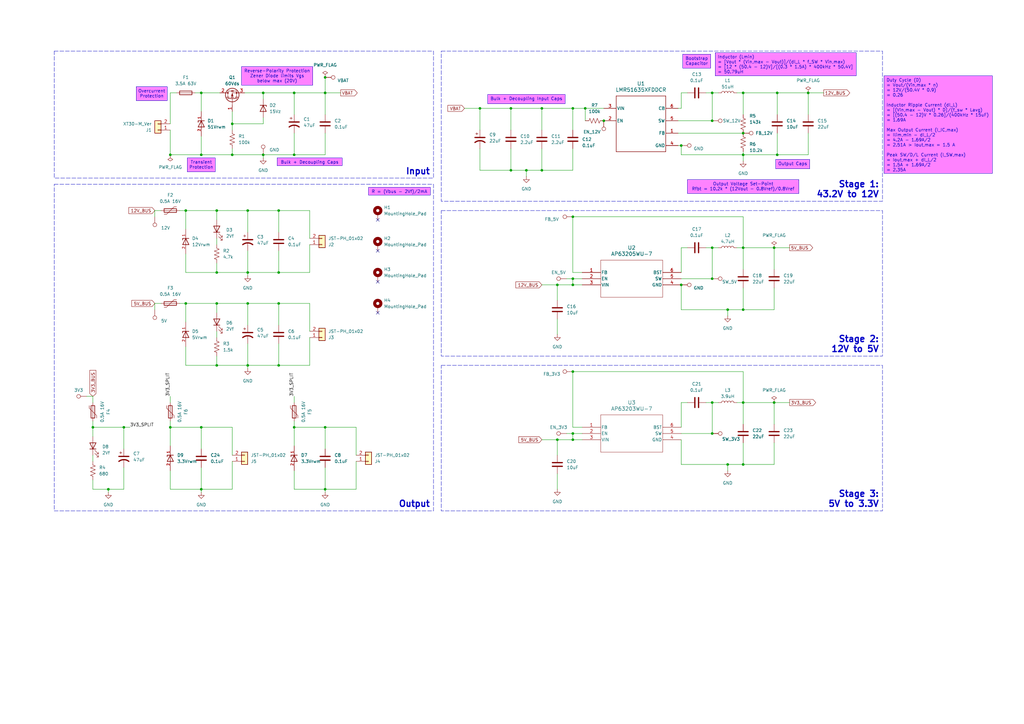
<source format=kicad_sch>
(kicad_sch (version 20250114) (generator "eeschema") (generator_version "9.0")
  (paper "A3")
  (title_block (title "Power Distribution Board - F25 Skateboard") (date "2025-10-05") (rev "v1") (company "Electrium Mobility") (comment 1 "Author: Leopoldo Mendoza"))
  (rectangle (start 180.975 149.86) (end 361.95 209.55) (stroke (width 0) (type dash)))
  (rectangle (start 180.975 20.955) (end 361.95 82.55) (stroke (width 0) (type dash)))
  (rectangle (start 22.225 20.955) (end 177.8 73.025) (stroke (width 0) (type dash)))
  (rectangle (start 180.975 86.36) (end 361.95 146.05) (stroke (width 0) (type dash)))
  (rectangle (start 22.225 75.565) (end 177.8 209.55) (stroke (width 0) (type dash)))
  (text "Stage 2:\n12V to 5V" (at 360.68 144.78 0) (effects (font (size 2.54 2.54) (thickness 0.508) (bold yes)) (justify right bottom)))
  (text "Stage 3:\n5V to 3.3V" (at 360.68 208.28 0) (effects (font (size 2.54 2.54) (thickness 0.508) (bold yes)) (justify right bottom)))
  (text "Stage 1:\n43.2V to 12V" (at 360.68 81.28 0) (effects (font (size 2.54 2.54) (thickness 0.508) (bold yes)) (justify right bottom)))
  (text "Output" (at 176.53 208.28 0) (effects (font (size 2.54 2.54) (thickness 0.508) (bold yes)) (justify right bottom)))
  (text "Input" (at 176.53 71.882 0) (effects (font (size 2.54 2.54) (thickness 0.508) (bold yes)) (justify right bottom)))
  (text_box "Transient Protection" (at 76.835 64.77 0) (size 11.43 5.715) (margins 0.9525 0.9525 0.9525 0.9525) (fill (type color) (color 255 130 255 1)) (effects (font (size 1.27 1.27)) (justify top)))
  (text_box "Bootstrap Capacitor" (at 280.035 22.225 0) (size 11.43 5.715) (margins 0.9525 0.9525 0.9525 0.9525) (fill (type color) (color 255 130 255 1)) (effects (font (size 1.27 1.27)) (justify top)))
  (text_box "Output Caps" (at 318.135 65.405 0) (size 13.97 3.81) (margins 0.9525 0.9525 0.9525 0.9525) (fill (type color) (color 255 130 255 1)) (effects (font (size 1.27 1.27)) (justify top)))
  (text_box "Duty Cycle (D)\n= Vout/(Vin,max * n) \n= 12V/(50.4V * 0.9) \n= 0.26\n\nInductor Ripple Current (dI_L)\n= [(Vin,max - Vout) * D]/(f_sw * Lavg) \n= [(50.4 - 12)V * 0.26]/(400kHz * 15uF)   \n= 1.69A\n\nMax Output Current (I_IC,max)\n= Ilim,min - dI_L/2 \n= 4.2A - 1.69A/2 \n= 2.51A > Iout,max = 1.5 A\n\nPeak SW/D/L Current (I_SW,max)\n= Iout,max + dI_L/2 \n= 1.5A + 1.69A/2 \n= 2.35A" (at 362.585 31.115 0) (size 44.45 40.005) (margins 0.9525 0.9525 0.9525 0.9525) (fill (type color) (color 255 130 255 1)) (effects (font (size 1.27 1.27)) (justify left top)))
  (text_box "Bulk + Decoupling Caps" (at 113.665 64.77 0) (size 26.67 3.175) (margins 0.9525 0.9525 0.9525 0.9525) (fill (type color) (color 255 130 255 1)) (effects (font (size 1.27 1.27)) (justify top)))
  (text_box "Inductor (Lmin)\n= [Vout * (Vin,max - Vout)]/(dI_L * f_SW * Vin,max)\n= [12 * (50.4 - 12)V]/[(0.3 * 1.5A) * 400kHz * 50.4V]\n= 50.79uH" (at 293.37 21.59 0) (size 57.785 9.525) (margins 0.9525 0.9525 0.9525 0.9525) (fill (type color) (color 255 130 255 1)) (effects (font (size 1.27 1.27)) (justify left top)))
  (text_box "Bulk + Decoupling Input Caps" (at 200.025 38.735 0) (size 31.75 3.81) (margins 0.9525 0.9525 0.9525 0.9525) (fill (type color) (color 255 130 255 1)) (effects (font (size 1.27 1.27)) (justify top)))
  (text_box "Output Voltage Set-Point\nRfbt = 10.2k * (12Vout - 0.8Vref)/0.8Vref" (at 281.94 73.66 0) (size 45.72 5.715) (margins 0.9525 0.9525 0.9525 0.9525) (fill (type color) (color 255 130 255 1)) (effects (font (size 1.27 1.27)) (justify top)))
  (text_box "R = (Vbus - 2Vf)/2mA" (at 151.13 76.835 0) (size 25.4 3.175) (margins 0.9525 0.9525 0.9525 0.9525) (fill (type color) (color 255 130 255 1)) (effects (font (size 1.27 1.27)) (justify top)))
  (text_box "Overcurrent\nProtection" (at 55.88 35.56 0) (size 12.7 5.715) (margins 0.9525 0.9525 0.9525 0.9525) (fill (type color) (color 255 130 255 1)) (effects (font (size 1.27 1.27)) (justify top)))
  (text_box "Reverse-Polarity Protection\nZener Diode limits Vgs below max (20V)" (at 99.06 27.305 0) (size 29.21 7.62) (margins 0.9525 0.9525 0.9525 0.9525) (fill (type color) (color 255 130 255 1)) (effects (font (size 1.27 1.27)) (justify top)))
  (junction (at 95.25 63.5))
  (junction (at 209.55 69.85))
  (junction (at 88.9 149.86))
  (junction (at 114.3 111.76))
  (junction (at 292.1 38.1))
  (junction (at 38.1 175.26))
  (junction (at 292.1 101.6))
  (junction (at 234.95 177.8))
  (junction (at 304.8 101.6))
  (junction (at 88.9 86.36))
  (junction (at 76.2 124.46))
  (junction (at 82.55 175.26))
  (junction (at 304.8 127))
  (junction (at 133.35 175.26))
  (junction (at 196.85 44.45))
  (junction (at 88.9 111.76))
  (junction (at 234.95 114.3))
  (junction (at 234.95 116.84))
  (junction (at 222.25 69.85))
  (junction (at 240.03 44.45))
  (junction (at 304.8 190.5))
  (junction (at 234.95 44.45))
  (junction (at 101.6 124.46))
  (junction (at 88.9 124.46))
  (junction (at 279.4 116.84))
  (junction (at 228.6 180.34))
  (junction (at 120.65 38.1))
  (junction (at 69.85 175.26))
  (junction (at 234.95 88.9))
  (junction (at 133.35 38.1))
  (junction (at 215.9 69.85))
  (junction (at 292.1 177.8))
  (junction (at 298.45 127))
  (junction (at 318.77 63.5))
  (junction (at 222.25 44.45))
  (junction (at 298.45 190.5))
  (junction (at 101.6 149.86))
  (junction (at 44.45 200.66))
  (junction (at 304.8 54.61))
  (junction (at 209.55 44.45))
  (junction (at 114.3 149.86))
  (junction (at 107.95 38.1))
  (junction (at 304.8 165.1))
  (junction (at 101.6 86.36))
  (junction (at 82.55 38.1))
  (junction (at 228.6 116.84))
  (junction (at 120.65 175.26))
  (junction (at 95.25 50.8))
  (junction (at 114.3 124.46))
  (junction (at 317.5 101.6))
  (junction (at 69.85 63.5))
  (junction (at 120.65 63.5))
  (junction (at 331.47 38.1))
  (junction (at 234.95 180.34))
  (junction (at 107.95 63.5))
  (junction (at 304.8 63.5))
  (junction (at 234.95 152.4))
  (junction (at 279.4 59.69))
  (junction (at 318.77 38.1))
  (junction (at 292.1 49.53))
  (junction (at 133.35 31.75))
  (junction (at 317.5 165.1))
  (junction (at 114.3 86.36))
  (junction (at 133.35 200.66))
  (junction (at 304.8 38.1))
  (junction (at 82.55 200.66))
  (junction (at 292.1 114.3))
  (junction (at 247.65 49.53))
  (junction (at 76.2 86.36))
  (junction (at 50.8 175.26))
  (junction (at 82.55 63.5))
  (junction (at 292.1 165.1))
  (junction (at 101.6 111.76))
  (no_connect (at 154.94 115.57))
  (no_connect (at 154.94 102.87))
  (no_connect (at 154.94 90.17))
  (no_connect (at 154.94 128.27))
  (wire (pts (xy 38.1 162.56) (xy 35.56 162.56)))
  (wire (pts (xy 234.95 152.4) (xy 304.8 152.4)))
  (wire (pts (xy 73.66 124.46) (xy 76.2 124.46)))
  (wire (pts (xy 234.95 180.34) (xy 238.76 180.34)))
  (wire (pts (xy 69.85 182.88) (xy 69.85 175.26)))
  (wire (pts (xy 302.26 38.1) (xy 304.8 38.1)))
  (wire (pts (xy 72.39 38.1) (xy 69.85 38.1)))
  (wire (pts (xy 279.4 59.69) (xy 279.4 63.5)))
  (wire (pts (xy 292.1 114.3) (xy 279.4 114.3)))
  (wire (pts (xy 292.1 38.1) (xy 292.1 49.53)))
  (wire (pts (xy 101.6 149.86) (xy 101.6 151.13)))
  (wire (pts (xy 82.55 55.88) (xy 82.55 63.5)))
  (wire (pts (xy 279.4 175.26) (xy 279.4 165.1)))
  (wire (pts (xy 82.55 200.66) (xy 95.25 200.66)))
  (wire (pts (xy 69.85 200.66) (xy 82.55 200.66)))
  (wire (pts (xy 234.95 88.9) (xy 304.8 88.9)))
  (wire (pts (xy 234.95 175.26) (xy 234.95 152.4)))
  (wire (pts (xy 317.5 173.99) (xy 317.5 165.1)))
  (wire (pts (xy 317.5 110.49) (xy 317.5 101.6)))
  (wire (pts (xy 304.8 38.1) (xy 318.77 38.1)))
  (wire (pts (xy 88.9 97.79) (xy 88.9 100.33)))
  (wire (pts (xy 215.9 69.85) (xy 222.25 69.85)))
  (wire (pts (xy 133.35 191.77) (xy 133.35 200.66)))
  (wire (pts (xy 76.2 86.36) (xy 88.9 86.36)))
  (wire (pts (xy 76.2 104.14) (xy 76.2 111.76)))
  (wire (pts (xy 196.85 60.96) (xy 196.85 69.85)))
  (wire (pts (xy 232.41 114.3) (xy 234.95 114.3)))
  (wire (pts (xy 107.95 38.1) (xy 107.95 40.64)))
  (wire (pts (xy 228.6 186.69) (xy 228.6 180.34)))
  (wire (pts (xy 133.35 200.66) (xy 133.35 201.93)))
  (wire (pts (xy 304.8 88.9) (xy 304.8 101.6)))
  (wire (pts (xy 304.8 173.99) (xy 304.8 165.1)))
  (wire (pts (xy 318.77 54.61) (xy 318.77 63.5)))
  (wire (pts (xy 331.47 38.1) (xy 337.82 38.1)))
  (wire (pts (xy 240.03 44.45) (xy 247.65 44.45)))
  (wire (pts (xy 120.65 172.72) (xy 120.65 175.26)))
  (wire (pts (xy 73.66 86.36) (xy 76.2 86.36)))
  (wire (pts (xy 88.9 135.89) (xy 88.9 138.43)))
  (wire (pts (xy 234.95 44.45) (xy 222.25 44.45)))
  (wire (pts (xy 114.3 124.46) (xy 101.6 124.46)))
  (wire (pts (xy 331.47 38.1) (xy 331.47 46.99)))
  (wire (pts (xy 80.01 38.1) (xy 82.55 38.1)))
  (wire (pts (xy 304.8 63.5) (xy 304.8 62.23)))
  (wire (pts (xy 292.1 49.53) (xy 278.13 49.53)))
  (wire (pts (xy 234.95 177.8) (xy 234.95 180.34)))
  (wire (pts (xy 82.55 200.66) (xy 82.55 201.93)))
  (wire (pts (xy 279.4 44.45) (xy 278.13 44.45)))
  (wire (pts (xy 82.55 175.26) (xy 95.25 175.26)))
  (wire (pts (xy 114.3 140.97) (xy 114.3 149.86)))
  (wire (pts (xy 222.25 60.96) (xy 222.25 69.85)))
  (wire (pts (xy 279.4 63.5) (xy 304.8 63.5)))
  (wire (pts (xy 44.45 200.66) (xy 44.45 201.93)))
  (wire (pts (xy 69.85 172.72) (xy 69.85 175.26)))
  (wire (pts (xy 196.85 44.45) (xy 196.85 53.34)))
  (wire (pts (xy 38.1 196.85) (xy 38.1 200.66)))
  (wire (pts (xy 63.5 124.46) (xy 66.04 124.46)))
  (wire (pts (xy 127 100.33) (xy 127 111.76)))
  (wire (pts (xy 127 97.79) (xy 127 86.36)))
  (wire (pts (xy 238.76 114.3) (xy 234.95 114.3)))
  (wire (pts (xy 101.6 140.97) (xy 101.6 149.86)))
  (wire (pts (xy 82.55 38.1) (xy 90.17 38.1)))
  (wire (pts (xy 292.1 165.1) (xy 292.1 177.8)))
  (wire (pts (xy 304.8 181.61) (xy 304.8 190.5)))
  (wire (pts (xy 114.3 86.36) (xy 114.3 95.25)))
  (wire (pts (xy 38.1 175.26) (xy 38.1 179.07)))
  (wire (pts (xy 88.9 111.76) (xy 101.6 111.76)))
  (wire (pts (xy 215.9 69.85) (xy 215.9 72.39)))
  (wire (pts (xy 292.1 101.6) (xy 294.64 101.6)))
  (wire (pts (xy 101.6 86.36) (xy 88.9 86.36)))
  (wire (pts (xy 278.13 59.69) (xy 279.4 59.69)))
  (wire (pts (xy 304.8 101.6) (xy 317.5 101.6)))
  (wire (pts (xy 304.8 118.11) (xy 304.8 127)))
  (wire (pts (xy 317.5 190.5) (xy 317.5 181.61)))
  (wire (pts (xy 292.1 177.8) (xy 279.4 177.8)))
  (wire (pts (xy 234.95 69.85) (xy 234.95 60.96)))
  (wire (pts (xy 234.95 44.45) (xy 240.03 44.45)))
  (wire (pts (xy 95.25 189.23) (xy 95.25 200.66)))
  (wire (pts (xy 114.3 102.87) (xy 114.3 111.76)))
  (wire (pts (xy 101.6 111.76) (xy 114.3 111.76)))
  (wire (pts (xy 302.26 165.1) (xy 304.8 165.1)))
  (wire (pts (xy 304.8 63.5) (xy 304.8 66.04)))
  (wire (pts (xy 133.35 54.61) (xy 133.35 63.5)))
  (wire (pts (xy 95.25 186.69) (xy 95.25 175.26)))
  (wire (pts (xy 228.6 130.81) (xy 228.6 137.16)))
  (wire (pts (xy 133.35 38.1) (xy 139.7 38.1)))
  (wire (pts (xy 279.4 111.76) (xy 279.4 101.6)))
  (wire (pts (xy 304.8 127) (xy 317.5 127)))
  (wire (pts (xy 232.41 177.8) (xy 234.95 177.8)))
  (wire (pts (xy 292.1 38.1) (xy 294.64 38.1)))
  (wire (pts (xy 63.5 86.36) (xy 66.04 86.36)))
  (wire (pts (xy 127 111.76) (xy 114.3 111.76)))
  (wire (pts (xy 69.85 162.56) (xy 69.85 165.1)))
  (wire (pts (xy 234.95 114.3) (xy 234.95 116.84)))
  (wire (pts (xy 69.85 38.1) (xy 69.85 50.8)))
  (wire (pts (xy 318.77 38.1) (xy 318.77 46.99)))
  (wire (pts (xy 133.35 38.1) (xy 133.35 46.99)))
  (wire (pts (xy 228.6 123.19) (xy 228.6 116.84)))
  (wire (pts (xy 76.2 132.08) (xy 76.2 124.46)))
  (wire (pts (xy 289.56 165.1) (xy 292.1 165.1)))
  (wire (pts (xy 298.45 190.5) (xy 304.8 190.5)))
  (wire (pts (xy 120.65 63.5) (xy 133.35 63.5)))
  (wire (pts (xy 120.65 162.56) (xy 120.65 165.1)))
  (wire (pts (xy 317.5 127) (xy 317.5 118.11)))
  (wire (pts (xy 228.6 194.31) (xy 228.6 200.66)))
  (wire (pts (xy 209.55 44.45) (xy 196.85 44.45)))
  (wire (pts (xy 114.3 86.36) (xy 101.6 86.36)))
  (wire (pts (xy 238.76 177.8) (xy 234.95 177.8)))
  (wire (pts (xy 82.55 38.1) (xy 82.55 45.72)))
  (wire (pts (xy 82.55 175.26) (xy 82.55 184.15)))
  (wire (pts (xy 222.25 44.45) (xy 222.25 53.34)))
  (wire (pts (xy 238.76 175.26) (xy 234.95 175.26)))
  (wire (pts (xy 317.5 101.6) (xy 323.85 101.6)))
  (wire (pts (xy 69.85 175.26) (xy 82.55 175.26)))
  (wire (pts (xy 120.65 175.26) (xy 133.35 175.26)))
  (wire (pts (xy 101.6 124.46) (xy 88.9 124.46)))
  (wire (pts (xy 279.4 127) (xy 298.45 127)))
  (wire (pts (xy 76.2 111.76) (xy 88.9 111.76)))
  (wire (pts (xy 44.45 200.66) (xy 50.8 200.66)))
  (wire (pts (xy 107.95 50.8) (xy 95.25 50.8)))
  (wire (pts (xy 209.55 69.85) (xy 215.9 69.85)))
  (wire (pts (xy 279.4 190.5) (xy 298.45 190.5)))
  (wire (pts (xy 101.6 102.87) (xy 101.6 111.76)))
  (wire (pts (xy 304.8 190.5) (xy 317.5 190.5)))
  (wire (pts (xy 196.85 69.85) (xy 209.55 69.85)))
  (wire (pts (xy 298.45 127) (xy 304.8 127)))
  (wire (pts (xy 120.65 182.88) (xy 120.65 175.26)))
  (wire (pts (xy 133.35 175.26) (xy 133.35 184.15)))
  (wire (pts (xy 234.95 116.84) (xy 238.76 116.84)))
  (wire (pts (xy 209.55 44.45) (xy 209.55 53.34)))
  (wire (pts (xy 69.85 193.04) (xy 69.85 200.66)))
  (wire (pts (xy 222.25 180.34) (xy 228.6 180.34)))
  (wire (pts (xy 76.2 124.46) (xy 88.9 124.46)))
  (wire (pts (xy 222.25 44.45) (xy 209.55 44.45)))
  (wire (pts (xy 120.65 38.1) (xy 120.65 46.99)))
  (wire (pts (xy 234.95 116.84) (xy 228.6 116.84)))
  (wire (pts (xy 50.8 191.77) (xy 50.8 200.66)))
  (wire (pts (xy 133.35 175.26) (xy 146.05 175.26)))
  (wire (pts (xy 95.25 45.72) (xy 95.25 50.8)))
  (wire (pts (xy 234.95 44.45) (xy 234.95 53.34)))
  (wire (pts (xy 127 149.86) (xy 114.3 149.86)))
  (wire (pts (xy 95.25 63.5) (xy 107.95 63.5)))
  (wire (pts (xy 69.85 53.34) (xy 69.85 63.5)))
  (wire (pts (xy 279.4 165.1) (xy 281.94 165.1)))
  (wire (pts (xy 146.05 189.23) (xy 146.05 200.66)))
  (wire (pts (xy 101.6 86.36) (xy 101.6 95.25)))
  (wire (pts (xy 127 86.36) (xy 114.3 86.36)))
  (wire (pts (xy 107.95 63.5) (xy 120.65 63.5)))
  (wire (pts (xy 82.55 63.5) (xy 95.25 63.5)))
  (wire (pts (xy 120.65 200.66) (xy 133.35 200.66)))
  (wire (pts (xy 222.25 116.84) (xy 228.6 116.84)))
  (wire (pts (xy 107.95 64.77) (xy 107.95 63.5)))
  (wire (pts (xy 69.85 63.5) (xy 82.55 63.5)))
  (wire (pts (xy 209.55 60.96) (xy 209.55 69.85)))
  (wire (pts (xy 304.8 110.49) (xy 304.8 101.6)))
  (wire (pts (xy 222.25 69.85) (xy 234.95 69.85)))
  (wire (pts (xy 88.9 107.95) (xy 88.9 111.76)))
  (wire (pts (xy 234.95 111.76) (xy 234.95 88.9)))
  (wire (pts (xy 298.45 127) (xy 298.45 129.54)))
  (wire (pts (xy 50.8 175.26) (xy 53.34 175.26)))
  (wire (pts (xy 38.1 162.56) (xy 38.1 165.1)))
  (wire (pts (xy 279.4 101.6) (xy 281.94 101.6)))
  (wire (pts (xy 304.8 38.1) (xy 304.8 46.99)))
  (wire (pts (xy 234.95 180.34) (xy 228.6 180.34)))
  (wire (pts (xy 88.9 146.05) (xy 88.9 149.86)))
  (wire (pts (xy 114.3 124.46) (xy 114.3 133.35)))
  (wire (pts (xy 298.45 190.5) (xy 298.45 193.04)))
  (wire (pts (xy 101.6 149.86) (xy 114.3 149.86)))
  (wire (pts (xy 279.4 180.34) (xy 279.4 190.5)))
  (wire (pts (xy 146.05 200.66) (xy 133.35 200.66)))
  (wire (pts (xy 63.5 86.36) (xy 63.5 88.9)))
  (wire (pts (xy 95.25 50.8) (xy 95.25 53.34)))
  (wire (pts (xy 38.1 175.26) (xy 50.8 175.26)))
  (wire (pts (xy 88.9 86.36) (xy 88.9 90.17)))
  (wire (pts (xy 38.1 172.72) (xy 38.1 175.26)))
  (wire (pts (xy 304.8 152.4) (xy 304.8 165.1)))
  (wire (pts (xy 120.65 193.04) (xy 120.65 200.66)))
  (wire (pts (xy 76.2 149.86) (xy 88.9 149.86)))
  (wire (pts (xy 318.77 63.5) (xy 331.47 63.5)))
  (wire (pts (xy 304.8 63.5) (xy 318.77 63.5)))
  (wire (pts (xy 127 135.89) (xy 127 124.46)))
  (wire (pts (xy 127 124.46) (xy 114.3 124.46)))
  (wire (pts (xy 127 138.43) (xy 127 149.86)))
  (wire (pts (xy 292.1 101.6) (xy 292.1 114.3)))
  (wire (pts (xy 292.1 165.1) (xy 294.64 165.1)))
  (wire (pts (xy 107.95 48.26) (xy 107.95 50.8)))
  (wire (pts (xy 302.26 101.6) (xy 304.8 101.6)))
  (wire (pts (xy 317.5 165.1) (xy 323.85 165.1)))
  (wire (pts (xy 101.6 111.76) (xy 101.6 113.03)))
  (wire (pts (xy 120.65 54.61) (xy 120.65 63.5)))
  (wire (pts (xy 279.4 116.84) (xy 279.4 127)))
  (wire (pts (xy 238.76 111.76) (xy 234.95 111.76)))
  (wire (pts (xy 289.56 38.1) (xy 292.1 38.1)))
  (wire (pts (xy 82.55 191.77) (xy 82.55 200.66)))
  (wire (pts (xy 304.8 165.1) (xy 317.5 165.1)))
  (wire (pts (xy 50.8 175.26) (xy 50.8 184.15)))
  (wire (pts (xy 107.95 38.1) (xy 120.65 38.1)))
  (wire (pts (xy 38.1 200.66) (xy 44.45 200.66)))
  (wire (pts (xy 289.56 101.6) (xy 292.1 101.6)))
  (wire (pts (xy 95.25 60.96) (xy 95.25 63.5)))
  (wire (pts (xy 120.65 38.1) (xy 133.35 38.1)))
  (wire (pts (xy 133.35 31.75) (xy 133.35 38.1)))
  (wire (pts (xy 76.2 93.98) (xy 76.2 86.36)))
  (wire (pts (xy 88.9 149.86) (xy 101.6 149.86)))
  (wire (pts (xy 278.13 54.61) (xy 304.8 54.61)))
  (wire (pts (xy 101.6 124.46) (xy 101.6 133.35)))
  (wire (pts (xy 63.5 124.46) (xy 63.5 127)))
  (wire (pts (xy 100.33 38.1) (xy 107.95 38.1)))
  (wire (pts (xy 318.77 38.1) (xy 331.47 38.1)))
  (wire (pts (xy 38.1 186.69) (xy 38.1 189.23)))
  (wire (pts (xy 190.5 44.45) (xy 196.85 44.45)))
  (wire (pts (xy 279.4 38.1) (xy 281.94 38.1)))
  (wire (pts (xy 331.47 54.61) (xy 331.47 63.5)))
  (wire (pts (xy 76.2 142.24) (xy 76.2 149.86)))
  (wire (pts (xy 146.05 186.69) (xy 146.05 175.26)))
  (wire (pts (xy 279.4 38.1) (xy 279.4 44.45)))
  (wire (pts (xy 88.9 124.46) (xy 88.9 128.27)))
  (wire (pts (xy 240.03 44.45) (xy 240.03 49.53)))
  (label "3V3_SPLIT" (at 69.85 162.56 90))
  (label "3V3_SPLIT" (at 53.34 175.26 0))
  (label "3V3_SPLIT" (at 120.65 162.56 90))
  (global_label "5V_BUS" (shape input) (at 63.5 124.46 180) (property "Intersheetrefs" "${INTERSHEET_REFS}" (effects (hide yes))))
  (global_label "12V_BUS" (shape output) (at 337.82 38.1 0) (property "Intersheetrefs" "${INTERSHEET_REFS}" (effects (hide yes))))
  (global_label "5V_BUS" (shape input) (at 222.25 180.34 180) (property "Intersheetrefs" "${INTERSHEET_REFS}" (effects (hide yes))))
  (global_label "3V3_BUS" (shape input) (at 38.1 162.56 90) (property "Intersheetrefs" "${INTERSHEET_REFS}" (effects (hide yes))))
  (global_label "12V_BUS" (shape input) (at 63.5 86.36 180) (property "Intersheetrefs" "${INTERSHEET_REFS}" (effects (hide yes))))
  (global_label "3V3_BUS" (shape output) (at 323.85 165.1 0) (property "Intersheetrefs" "${INTERSHEET_REFS}" (effects (hide yes))))
  (global_label "VBAT" (shape output) (at 139.7 38.1 0) (property "Intersheetrefs" "${INTERSHEET_REFS}" (effects (hide yes))))
  (global_label "VBAT" (shape input) (at 190.5 44.45 180) (property "Intersheetrefs" "${INTERSHEET_REFS}" (effects (hide yes))))
  (global_label "12V_BUS" (shape input) (at 222.25 116.84 180) (property "Intersheetrefs" "${INTERSHEET_REFS}" (effects (hide yes))))
  (global_label "5V_BUS" (shape output) (at 323.85 101.6 0) (property "Intersheetrefs" "${INTERSHEET_REFS}" (effects (hide yes))))
  (symbol (lib_id "Connector_Generic:Conn_01x02") (at 64.77 53.34 180) (unit 1)
    (property "Reference" "J1" (at 62.23 53.3401 0) (effects (justify left)))
    (property "Value" "XT30-M_Ver" (at 62.23 50.8001 0) (effects (justify left)))
    (property "Footprint" "Connector_AMASS:AMASS_XT30UPB-M_1x02_P5.0mm_Vertical" (effects (hide yes)))
    (property "Description" "Generic connector, single row, 01x02, script generated (kicad-library-utils/schlib/autogen/connector/)" (effects (hide yes)))
  )
  (symbol (lib_id "Connector_Generic:Conn_01x02") (at 132.08 100.33 0) (mirror x) (unit 1)
    (property "Reference" "J2" (at 134.62 100.3301 0) (effects (justify left)))
    (property "Value" "JST-PH_01x02" (at 134.62 97.7901 0) (effects (justify left)))
    (property "Footprint" "Connector_JST:JST_PH_S2B-PH-K_1x02_P2.00mm_Horizontal" (effects (hide yes)))
    (property "Description" "Generic connector, single row, 01x02, script generated (kicad-library-utils/schlib/autogen/connector/)" (effects (hide yes)))
  )
  (symbol (lib_id "Device:C_Polarized_US") (at 101.6 99.06 0) (unit 1)
    (property "Reference" "C3" (at 105.41 97.1549 0) (effects (justify left)))
    (property "Value" "47uF" (at 105.41 99.6949 0) (effects (justify left)))
    (property "Footprint" "Capacitor_SMD:CP_Elec_8x10" (effects (hide yes)))
    (property "Description" "Polarized capacitor, US symbol" (effects (hide yes)))
  )
  (symbol (lib_id "Connector:TestPoint") (at 292.1 49.53 270) (unit 1)
    (property "Reference" "SW_12V1" (effects (hide yes)))
    (property "Value" "SW_12V" (at 296.418 49.53 90) (effects (justify left)))
    (property "Footprint" "test_point_custom:TestPoint_Pad_D1.0mm" (effects (hide yes)))
    (property "Description" "test point" (effects (hide yes)))
  )
  (symbol (lib_id "Device:C") (at 317.5 114.3 0) (unit 1)
    (property "Reference" "C19" (at 321.31 113.0299 0) (effects (justify left)))
    (property "Value" "22uF" (at 321.31 115.5699 0) (effects (justify left)))
    (property "Footprint" "Capacitor_SMD:C_1210_3225Metric_Pad1.33x2.70mm_HandSolder" (effects (hide yes)))
    (property "Description" "Unpolarized capacitor" (effects (hide yes)))
  )
  (symbol (lib_id "power:PWR_FLAG") (at 331.47 38.1 0) (unit 1)
    (property "Reference" "#FLG04" (effects (hide yes)))
    (property "Value" "PWR_FLAG" (at 331.47 33.02 0))
    (property "Description" "Special symbol for telling ERC where power comes from" (effects (hide yes)))
  )
  (symbol (lib_id "Device:C") (at 317.5 177.8 0) (unit 1)
    (property "Reference" "C23" (at 321.31 176.5299 0) (effects (justify left)))
    (property "Value" "22uF" (at 321.31 179.0699 0) (effects (justify left)))
    (property "Footprint" "Capacitor_SMD:C_1210_3225Metric_Pad1.33x2.70mm_HandSolder" (effects (hide yes)))
    (property "Description" "Unpolarized capacitor" (effects (hide yes)))
  )
  (symbol (lib_id "Device:C") (at 82.55 187.96 0) (unit 1)
    (property "Reference" "C24" (at 86.36 186.6899 0) (effects (justify left)))
    (property "Value" "0.1uF" (at 86.36 189.2299 0) (effects (justify left)))
    (property "Footprint" "Capacitor_SMD:C_0603_1608Metric_Pad1.08x0.95mm_HandSolder" (effects (hide yes)))
    (property "Description" "Unpolarized capacitor" (effects (hide yes)))
  )
  (symbol (lib_id "Device:C_Polarized_US") (at 50.8 187.96 0) (unit 1)
    (property "Reference" "C7" (at 54.61 186.0549 0) (effects (justify left)))
    (property "Value" "47uF" (at 54.61 188.5949 0) (effects (justify left)))
    (property "Footprint" "Capacitor_SMD:CP_Elec_5x5.3" (effects (hide yes)))
    (property "Description" "Polarized capacitor, US symbol" (effects (hide yes)))
  )
  (symbol (lib_id "Device:C") (at 222.25 57.15 0) (unit 1)
    (property "Reference" "C11" (at 226.06 55.8799 0) (effects (justify left)))
    (property "Value" "2.2uF" (at 226.06 58.4199 0) (effects (justify left)))
    (property "Footprint" "Capacitor_SMD:C_1210_3225Metric_Pad1.33x2.70mm_HandSolder" (effects (hide yes)))
    (property "Description" "Unpolarized capacitor" (effects (hide yes)))
  )
  (symbol (lib_id "Connector_Generic:Conn_01x02") (at 100.33 189.23 0) (mirror x) (unit 1)
    (property "Reference" "J5" (at 102.87 189.2301 0) (effects (justify left)))
    (property "Value" "JST-PH_01x02" (at 102.87 186.6901 0) (effects (justify left)))
    (property "Footprint" "Connector_JST:JST_PH_S2B-PH-K_1x02_P2.00mm_Horizontal" (effects (hide yes)))
    (property "Description" "Generic connector, single row, 01x02, script generated (kicad-library-utils/schlib/autogen/connector/)" (effects (hide yes)))
  )
  (symbol (lib_id "power:PWR_FLAG") (at 317.5 101.6 0) (unit 1)
    (property "Reference" "#FLG02" (effects (hide yes)))
    (property "Value" "PWR_FLAG" (at 317.5 96.52 0))
    (property "Description" "Special symbol for telling ERC where power comes from" (effects (hide yes)))
  )
  (symbol (lib_id "Connector:TestPoint") (at 133.35 31.75 270) (unit 1)
    (property "Reference" "VBAT1" (effects (hide yes)))
    (property "Value" "VBAT" (at 138.43 33.0199 90) (effects (justify left)))
    (property "Footprint" "test_point_custom:TestPoint_Pad_D1.0mm" (effects (hide yes)))
    (property "Description" "test point" (effects (hide yes)))
  )
  (symbol (lib_id "Device:C") (at 114.3 99.06 0) (unit 1)
    (property "Reference" "C4" (at 118.11 97.7899 0) (effects (justify left)))
    (property "Value" "0.1uF" (at 118.11 100.3299 0) (effects (justify left)))
    (property "Footprint" "Capacitor_SMD:C_0603_1608Metric_Pad1.08x0.95mm_HandSolder" (effects (hide yes)))
    (property "Description" "Unpolarized capacitor" (effects (hide yes)))
  )
  (symbol (lib_id "Device:R_US") (at 243.84 49.53 270) (unit 1)
    (property "Reference" "R7" (at 243.84 43.18 90))
    (property "Value" "100k" (at 243.84 45.72 90))
    (property "Footprint" "Resistor_SMD:R_0603_1608Metric_Pad0.98x0.95mm_HandSolder" (effects (hide yes)))
    (property "Description" "Resistor, US symbol" (effects (hide yes)))
  )
  (symbol (lib_id "Connector:TestPoint") (at 232.41 177.8 90) (unit 1)
    (property "Reference" "EN_3V3" (effects (hide yes)))
    (property "Value" "EN_3V3" (at 229.108 175.26 90))
    (property "Footprint" "test_point_custom:TestPoint_Pad_D1.0mm" (effects (hide yes)))
    (property "Description" "test point" (effects (hide yes)))
  )
  (symbol (lib_id "SMBJ51A-13-F:SMBJ51A-13-F") (at 120.65 187.96 270) (unit 1)
    (property "Reference" "D7" (at 123.444 186.69 90) (effects (justify left)))
    (property "Value" "3.3Vrwm" (at 123.444 189.23 90) (effects (justify left)))
    (property "Footprint" "ESD5Z5.0T1G:SOD-523_0P9X1P3_ONS" (effects (hide yes)))
  )
  (symbol (lib_id "power:GND") (at 298.45 129.54 0) (unit 1)
    (property "Reference" "#PWR07" (effects (hide yes)))
    (property "Value" "GND" (at 298.45 134.62 0))
    (property "Description" "Power symbol creates a global label with name \"GND\" , ground" (effects (hide yes)))
  )
  (symbol (lib_id "AP63205WU-7:AP63205WU-7") (at 238.76 111.76 0) (unit 1)
    (property "Reference" "U2" (at 259.08 101.6 0) (effects (font (size 1.524 1.524))))
    (property "Value" "AP63205WU-7" (at 259.08 104.14 0) (effects (font (size 1.524 1.524))))
    (property "Footprint" "AP63205WU-7:SOIC_05WU-7_DIO" (effects (hide yes)))
    (property "Datasheet" "AP63205WU-7" (effects (hide yes)))
  )
  (symbol (lib_id "Device:C") (at 234.95 57.15 0) (unit 1)
    (property "Reference" "C12" (at 238.76 57.15 0) (effects (justify left)))
    (property "Value" "0.1uF" (at 238.76 59.69 0) (effects (justify left)))
    (property "Footprint" "Capacitor_SMD:C_0603_1608Metric_Pad1.08x0.95mm_HandSolder" (effects (hide yes)))
    (property "Description" "Unpolarized capacitor" (effects (hide yes)))
  )
  (symbol (lib_id "Mechanical:MountingHole_Pad") (at 154.94 100.33 0) (unit 1) (in_bom no)
    (property "Reference" "H2" (at 157.48 97.7899 0) (effects (justify left)))
    (property "Value" "MountingHole_Pad" (at 157.48 100.3299 0) (effects (justify left)))
    (property "Footprint" "MountingHole:MountingHole_2.5mm_Pad_Via" (effects (hide yes)))
  )
  (symbol (lib_id "power:GND") (at 133.35 201.93 0) (unit 1)
    (property "Reference" "#PWR012" (effects (hide yes)))
    (property "Value" "GND" (at 133.35 207.01 0))
    (property "Description" "Power symbol creates a global label with name \"GND\" , ground" (effects (hide yes)))
  )
  (symbol (lib_id "Device:C") (at 228.6 190.5 0) (unit 1)
    (property "Reference" "C20" (at 232.41 189.2299 0) (effects (justify left)))
    (property "Value" "10uF" (at 232.41 191.7699 0) (effects (justify left)))
    (property "Footprint" "Capacitor_SMD:C_1206_3216Metric_Pad1.33x1.80mm_HandSolder" (effects (hide yes)))
    (property "Description" "Unpolarized capacitor" (effects (hide yes)))
  )
  (symbol (lib_id "power:PWR_FLAG") (at 69.85 63.5 180) (unit 1)
    (property "Reference" "#FLG05" (effects (hide yes)))
    (property "Value" "PWR_FLAG" (at 69.85 68.58 0))
    (property "Description" "Special symbol for telling ERC where power comes from" (effects (hide yes)))
  )
  (symbol (lib_id "Connector:TestPoint") (at 63.5 88.9 180) (unit 1)
    (property "Reference" "12V1" (effects (hide yes)))
    (property "Value" "12V" (at 66.04 93.4719 0) (effects (justify right)))
    (property "Footprint" "test_point_custom:TestPoint_Pad_D1.0mm" (effects (hide yes)))
    (property "Description" "test point" (effects (hide yes)))
  )
  (symbol (lib_id "SMBJ51A-13-F:SMBJ51A-13-F") (at 69.85 187.96 270) (unit 1)
    (property "Reference" "D9" (at 72.644 186.69 90) (effects (justify left)))
    (property "Value" "3.3Vrwm" (at 72.644 189.23 90) (effects (justify left)))
    (property "Footprint" "ESD5Z5.0T1G:SOD-523_0P9X1P3_ONS" (effects (hide yes)))
  )
  (symbol (lib_id "power:GND") (at 228.6 137.16 0) (unit 1)
    (property "Reference" "#PWR08" (effects (hide yes)))
    (property "Value" "GND" (at 228.6 142.24 0))
    (property "Description" "Power symbol creates a global label with name \"GND\" , ground" (effects (hide yes)))
  )
  (symbol (lib_id "LMR51635XFDDCR:LMR51635XFDDCR") (at 247.65 44.45 0) (unit 1)
    (property "Reference" "U1" (at 262.89 34.29 0) (effects (font (size 1.524 1.524))))
    (property "Value" "LMR51635XFDDCR" (at 262.89 36.83 0) (effects (font (size 1.524 1.524))))
    (property "Footprint" "LMR51635XFDDCR:DDC0006A-MFG" (effects (hide yes)))
    (property "Datasheet" "https://www.ti.com/lit/gpn/lmr51635" (effects (hide yes)))
  )
  (symbol (lib_id "power:GND") (at 44.45 201.93 0) (unit 1)
    (property "Reference" "#PWR011" (effects (hide yes)))
    (property "Value" "GND" (at 44.45 207.01 0))
    (property "Description" "Power symbol creates a global label with name \"GND\" , ground" (effects (hide yes)))
  )
  (symbol (lib_id "Device:Polyfuse") (at 69.85 124.46 270) (unit 1)
    (property "Reference" "F3" (at 69.85 118.11 90))
    (property "Value" "0.5A 16V" (at 69.85 120.65 90))
    (property "Footprint" "0ZCH0050FF2G:0ZCH_BEL" (effects (hide yes)))
    (property "Description" "Resettable fuse, polymeric positive temperature coefficient" (effects (hide yes)))
  )
  (symbol (lib_id "power:GND") (at 101.6 151.13 0) (unit 1)
    (property "Reference" "#PWR05" (effects (hide yes)))
    (property "Value" "GND" (at 101.6 156.21 0))
    (property "Description" "Power symbol creates a global label with name \"GND\" , ground" (effects (hide yes)))
  )
  (symbol (lib_id "Device:Fuse") (at 76.2 38.1 90) (unit 1)
    (property "Reference" "F1" (at 76.2 31.75 90))
    (property "Value" "3.5A 63V" (at 76.2 34.29 90))
    (property "Footprint" "0685T3500-01:C1_BEL" (effects (hide yes)))
    (property "Description" "Fuse" (effects (hide yes)))
  )
  (symbol (lib_id "SMBJ51A-13-F:SMBJ51A-13-F") (at 76.2 99.06 270) (unit 1)
    (property "Reference" "D4" (at 78.74 97.79 90) (effects (justify left)))
    (property "Value" "12Vrwm" (at 78.74 100.33 90) (effects (justify left)))
    (property "Footprint" "ESD5Z12T1G:SOD-523_0P9X1P3_ONS" (effects (hide yes)))
  )
  (symbol (lib_id "Device:L") (at 298.45 101.6 90) (unit 1)
    (property "Reference" "L2" (at 298.45 96.52 90))
    (property "Value" "4.7uH" (at 298.45 99.06 90))
    (property "Footprint" "7447779004:IND_7345R_WE-PD_WRE" (effects (hide yes)))
    (property "Description" "Inductor" (effects (hide yes)))
  )
  (symbol (lib_id "Mechanical:MountingHole_Pad") (at 154.94 113.03 0) (unit 1) (in_bom no)
    (property "Reference" "H3" (at 157.48 110.4899 0) (effects (justify left)))
    (property "Value" "MountingHole_Pad" (at 157.48 113.0299 0) (effects (justify left)))
    (property "Footprint" "MountingHole:MountingHole_2.5mm_Pad_Via" (effects (hide yes)))
  )
  (symbol (lib_id "Device:Polyfuse") (at 38.1 168.91 180) (unit 1)
    (property "Reference" "F4" (at 44.45 168.91 90))
    (property "Value" "0.5A 16V" (at 41.91 168.91 90))
    (property "Footprint" "0ZCH0050FF2G:0ZCH_BEL" (effects (hide yes)))
    (property "Description" "Resettable fuse, polymeric positive temperature coefficient" (effects (hide yes)))
  )
  (symbol (lib_id "Device:LED") (at 88.9 93.98 90) (unit 1)
    (property "Reference" "D3" (at 92.71 94.2974 90) (effects (justify right)))
    (property "Value" "2Vf" (at 92.71 96.8374 90) (effects (justify right)))
    (property "Footprint" "LED_SMD:LED_0805_2012Metric_Pad1.15x1.40mm_HandSolder" (effects (hide yes)))
    (property "Description" "Light emitting diode" (effects (hide yes)))
    (property "Sim.Pins" "1=K 2=A" (effects (hide yes)))
  )
  (symbol (lib_id "Connector:TestPoint") (at 234.95 152.4 90) (unit 1)
    (property "Reference" "FB_3V3" (effects (hide yes)))
    (property "Value" "FB_3V3" (at 226.314 153.416 90))
    (property "Footprint" "test_point_custom:TestPoint_Pad_D1.0mm" (effects (hide yes)))
    (property "Description" "test point" (effects (hide yes)))
  )
  (symbol (lib_id "Device:C") (at 228.6 127 0) (unit 1)
    (property "Reference" "C16" (at 232.41 125.7299 0) (effects (justify left)))
    (property "Value" "10uF" (at 232.41 128.2699 0) (effects (justify left)))
    (property "Footprint" "Capacitor_SMD:C_1206_3216Metric_Pad1.33x1.80mm_HandSolder" (effects (hide yes)))
    (property "Description" "Unpolarized capacitor" (effects (hide yes)))
  )
  (symbol (lib_id "Device:C") (at 304.8 114.3 0) (unit 1)
    (property "Reference" "C18" (at 308.61 113.0299 0) (effects (justify left)))
    (property "Value" "22uF" (at 308.61 115.5699 0) (effects (justify left)))
    (property "Footprint" "Capacitor_SMD:C_1210_3225Metric_Pad1.33x2.70mm_HandSolder" (effects (hide yes)))
    (property "Description" "Unpolarized capacitor" (effects (hide yes)))
  )
  (symbol (lib_id "Connector:TestPoint") (at 292.1 114.3 270) (unit 1)
    (property "Reference" "SW_5V1" (effects (hide yes)))
    (property "Value" "SW_5V" (at 296.164 115.57 90) (effects (justify left)))
    (property "Footprint" "test_point_custom:TestPoint_Pad_D1.0mm" (effects (hide yes)))
    (property "Description" "test point" (effects (hide yes)))
  )
  (symbol (lib_id "Device:C") (at 209.55 57.15 0) (unit 1)
    (property "Reference" "C10" (at 213.36 55.8799 0) (effects (justify left)))
    (property "Value" "2.2uF" (at 213.36 58.4199 0) (effects (justify left)))
    (property "Footprint" "Capacitor_SMD:C_1210_3225Metric_Pad1.33x2.70mm_HandSolder" (effects (hide yes)))
    (property "Description" "Unpolarized capacitor" (effects (hide yes)))
  )
  (symbol (lib_id "Connector_Generic:Conn_01x02") (at 151.13 189.23 0) (mirror x) (unit 1)
    (property "Reference" "J4" (at 153.67 189.2301 0) (effects (justify left)))
    (property "Value" "JST-PH_01x02" (at 153.67 186.6901 0) (effects (justify left)))
    (property "Footprint" "Connector_JST:JST_PH_S2B-PH-K_1x02_P2.00mm_Horizontal" (effects (hide yes)))
    (property "Description" "Generic connector, single row, 01x02, script generated (kicad-library-utils/schlib/autogen/connector/)" (effects (hide yes)))
  )
  (symbol (lib_id "Device:C") (at 285.75 165.1 90) (unit 1)
    (property "Reference" "C21" (at 285.75 157.48 90))
    (property "Value" "0.1uF" (at 285.75 160.02 90))
    (property "Footprint" "Capacitor_SMD:C_0603_1608Metric_Pad1.08x0.95mm_HandSolder" (effects (hide yes)))
    (property "Description" "Unpolarized capacitor" (effects (hide yes)))
  )
  (symbol (lib_id "Device:Polyfuse") (at 69.85 86.36 270) (unit 1)
    (property "Reference" "F2" (at 69.85 80.01 90))
    (property "Value" "0.5A 16V" (at 69.85 82.55 90))
    (property "Footprint" "0ZCH0050FF2G:0ZCH_BEL" (effects (hide yes)))
    (property "Description" "Resettable fuse, polymeric positive temperature coefficient" (effects (hide yes)))
  )
  (symbol (lib_id "Device:C") (at 331.47 50.8 0) (unit 1)
    (property "Reference" "C15" (at 335.28 49.5299 0) (effects (justify left)))
    (property "Value" "22uF" (at 335.28 52.0699 0) (effects (justify left)))
    (property "Footprint" "Capacitor_SMD:C_1210_3225Metric_Pad1.33x2.70mm_HandSolder" (effects (hide yes)))
    (property "Description" "Unpolarized capacitor" (effects (hide yes)))
  )
  (symbol (lib_id "power:PWR_FLAG") (at 133.35 31.75 0) (unit 1)
    (property "Reference" "#FLG01" (effects (hide yes)))
    (property "Value" "PWR_FLAG" (at 133.35 26.67 0))
    (property "Description" "Special symbol for telling ERC where power comes from" (effects (hide yes)))
  )
  (symbol (lib_id "AP63203WU-7:AP63203WU-7") (at 238.76 175.26 0) (unit 1)
    (property "Reference" "U3" (at 259.08 165.1 0) (effects (font (size 1.524 1.524))))
    (property "Value" "AP63203WU-7" (at 259.08 167.64 0) (effects (font (size 1.524 1.524))))
    (property "Footprint" "AP63203WU-7:AP63203WU-7_DIO" (effects (hide yes)))
    (property "Datasheet" "AP63203WU-7" (effects (hide yes)))
  )
  (symbol (lib_id "Device:C") (at 304.8 177.8 0) (unit 1)
    (property "Reference" "C22" (at 308.61 176.5299 0) (effects (justify left)))
    (property "Value" "22uF" (at 308.61 179.0699 0) (effects (justify left)))
    (property "Footprint" "Capacitor_SMD:C_1210_3225Metric_Pad1.33x2.70mm_HandSolder" (effects (hide yes)))
    (property "Description" "Unpolarized capacitor" (effects (hide yes)))
  )
  (symbol (lib_id "Connector:TestPoint") (at 232.41 114.3 90) (unit 1)
    (property "Reference" "EN_5V1" (effects (hide yes)))
    (property "Value" "EN_5V" (at 229.108 111.76 90))
    (property "Footprint" "test_point_custom:TestPoint_Pad_D1.0mm" (effects (hide yes)))
    (property "Description" "test point" (effects (hide yes)))
  )
  (symbol (lib_id "Device:L") (at 298.45 165.1 90) (unit 1)
    (property "Reference" "L3" (at 298.45 160.02 90))
    (property "Value" "3.9uH" (at 298.45 162.56 90))
    (property "Footprint" "74404052039:IND_WE-LQS_5020_WRE" (effects (hide yes)))
    (property "Description" "Inductor" (effects (hide yes)))
  )
  (symbol (lib_id "Connector_Generic:Conn_01x02") (at 132.08 138.43 0) (mirror x) (unit 1)
    (property "Reference" "J3" (at 134.62 138.4301 0) (effects (justify left)))
    (property "Value" "JST-PH_01x02" (at 134.62 135.8901 0) (effects (justify left)))
    (property "Footprint" "Connector_JST:JST_PH_S2B-PH-K_1x02_P2.00mm_Horizontal" (effects (hide yes)))
    (property "Description" "Generic connector, single row, 01x02, script generated (kicad-library-utils/schlib/autogen/connector/)" (effects (hide yes)))
  )
  (symbol (lib_id "power:GND") (at 101.6 113.03 0) (unit 1)
    (property "Reference" "#PWR02" (effects (hide yes)))
    (property "Value" "GND" (at 101.6 118.11 0))
    (property "Description" "Power symbol creates a global label with name \"GND\" , ground" (effects (hide yes)))
  )
  (symbol (lib_id "Device:C") (at 133.35 187.96 0) (unit 1)
    (property "Reference" "C8" (at 137.16 186.6899 0) (effects (justify left)))
    (property "Value" "0.1uF" (at 137.16 189.2299 0) (effects (justify left)))
    (property "Footprint" "Capacitor_SMD:C_0603_1608Metric_Pad1.08x0.95mm_HandSolder" (effects (hide yes)))
    (property "Description" "Unpolarized capacitor" (effects (hide yes)))
  )
  (symbol (lib_id "Device:C") (at 318.77 50.8 0) (unit 1)
    (property "Reference" "C14" (at 322.58 49.5299 0) (effects (justify left)))
    (property "Value" "10uF" (at 322.58 52.0699 0) (effects (justify left)))
    (property "Footprint" "Capacitor_SMD:C_1206_3216Metric_Pad1.33x1.80mm_HandSolder" (effects (hide yes)))
    (property "Description" "Unpolarized capacitor" (effects (hide yes)))
  )
  (symbol (lib_id "Device:C_Polarized_US") (at 101.6 137.16 0) (unit 1)
    (property "Reference" "C5" (at 105.41 135.2549 0) (effects (justify left)))
    (property "Value" "47uF" (at 105.41 137.7949 0) (effects (justify left)))
    (property "Footprint" "Capacitor_SMD:CP_Elec_6.3x7.7" (effects (hide yes)))
    (property "Description" "Polarized capacitor, US symbol" (effects (hide yes)))
  )
  (symbol (lib_id "power:GND") (at 215.9 72.39 0) (unit 1)
    (property "Reference" "#PWR01" (effects (hide yes)))
    (property "Value" "GND" (at 215.9 77.47 0))
    (property "Description" "Power symbol creates a global label with name \"GND\" , ground" (effects (hide yes)))
  )
  (symbol (lib_id "power:GND") (at 82.55 201.93 0) (unit 1)
    (property "Reference" "#PWR06" (effects (hide yes)))
    (property "Value" "GND" (at 82.55 207.01 0))
    (property "Description" "Power symbol creates a global label with name \"GND\" , ground" (effects (hide yes)))
  )
  (symbol (lib_id "Connector:TestPoint") (at 292.1 177.8 270) (unit 1)
    (property "Reference" "SW_3V3" (effects (hide yes)))
    (property "Value" "SW_3V3" (at 296.164 180.086 90) (effects (justify left)))
    (property "Footprint" "test_point_custom:TestPoint_Pad_D1.0mm" (effects (hide yes)))
    (property "Description" "test point" (effects (hide yes)))
  )
  (symbol (lib_id "Device:C") (at 285.75 38.1 90) (unit 1)
    (property "Reference" "C13" (at 285.75 30.48 90))
    (property "Value" "0.1uF" (at 285.75 33.02 90))
    (property "Footprint" "Capacitor_SMD:C_0603_1608Metric_Pad1.08x0.95mm_HandSolder" (effects (hide yes)))
    (property "Description" "Unpolarized capacitor" (effects (hide yes)))
  )
  (symbol (lib_id "Device:C_Polarized_US") (at 120.65 50.8 0) (unit 1)
    (property "Reference" "C1" (at 124.46 48.8949 0) (effects (justify left)))
    (property "Value" "47uF" (at 124.46 51.4349 0) (effects (justify left)))
    (property "Footprint" "Capacitor_SMD:CP_Elec_10x10" (effects (hide yes)))
    (property "Description" "Polarized capacitor, US symbol" (effects (hide yes)))
  )
  (symbol (lib_id "SMBJ51A-13-F:SMBJ51A-13-F") (at 76.2 137.16 270) (unit 1)
    (property "Reference" "D5" (at 78.74 135.89 90) (effects (justify left)))
    (property "Value" "5Vrwm" (at 78.74 138.43 90) (effects (justify left)))
    (property "Footprint" "ESD5Z5.0T1G:SOD-523_0P9X1P3_ONS" (effects (hide yes)))
  )
  (symbol (lib_id "Device:R_US") (at 88.9 142.24 180) (unit 1)
    (property "Reference" "R3" (at 91.44 140.9699 0) (effects (justify right)))
    (property "Value" "1.5k" (at 91.44 143.5099 0) (effects (justify right)))
    (property "Footprint" "Resistor_SMD:R_0603_1608Metric_Pad0.98x0.95mm_HandSolder" (effects (hide yes)))
    (property "Description" "Resistor, US symbol" (effects (hide yes)))
  )
  (symbol (lib_id "Device:C") (at 114.3 137.16 0) (unit 1)
    (property "Reference" "C6" (at 118.11 135.8899 0) (effects (justify left)))
    (property "Value" "0.1uF" (at 118.11 138.4299 0) (effects (justify left)))
    (property "Footprint" "Capacitor_SMD:C_0603_1608Metric_Pad1.08x0.95mm_HandSolder" (effects (hide yes)))
    (property "Description" "Unpolarized capacitor" (effects (hide yes)))
  )
  (symbol (lib_id "Connector:TestPoint") (at 279.4 59.69 270) (unit 1)
    (property "Reference" "GND2" (effects (hide yes)))
    (property "Value" "GND" (at 284.48 60.9599 90) (effects (justify left)))
    (property "Footprint" "test_point_custom:TestPoint_Pad_D1.0mm" (effects (hide yes)))
    (property "Description" "test point" (effects (hide yes)))
  )
  (symbol (lib_id "Connector:TestPoint") (at 63.5 127 180) (unit 1)
    (property "Reference" "5V1" (effects (hide yes)))
    (property "Value" "5V" (at 66.04 131.5719 0) (effects (justify right)))
    (property "Footprint" "test_point_custom:TestPoint_Pad_D1.0mm" (effects (hide yes)))
    (property "Description" "test point" (effects (hide yes)))
  )
  (symbol (lib_id "Device:R_US") (at 95.25 57.15 0) (unit 1)
    (property "Reference" "R1" (at 97.79 55.8799 0) (effects (justify left)))
    (property "Value" "100k" (at 97.79 58.4199 0) (effects (justify left)))
    (property "Footprint" "Resistor_SMD:R_0603_1608Metric_Pad0.98x0.95mm_HandSolder" (effects (hide yes)))
    (property "Description" "Resistor, US symbol" (effects (hide yes)))
  )
  (symbol (lib_id "Connector:TestPoint") (at 279.4 116.84 270) (unit 1)
    (property "Reference" "GND3" (effects (hide yes)))
    (property "Value" "GND" (at 284.48 118.1099 90) (effects (justify left)))
    (property "Footprint" "test_point_custom:TestPoint_Pad_D1.0mm" (effects (hide yes)))
    (property "Description" "test point" (effects (hide yes)))
  )
  (symbol (lib_id "Device:C") (at 133.35 50.8 0) (unit 1)
    (property "Reference" "C2" (at 137.16 49.5299 0) (effects (justify left)))
    (property "Value" "0.1uF" (at 137.16 52.0699 0) (effects (justify left)))
    (property "Footprint" "Capacitor_SMD:C_0603_1608Metric_Pad1.08x0.95mm_HandSolder" (effects (hide yes)))
    (property "Description" "Unpolarized capacitor" (effects (hide yes)))
  )
  (symbol (lib_id "power:PWR_FLAG") (at 317.5 165.1 0) (unit 1)
    (property "Reference" "#FLG03" (effects (hide yes)))
    (property "Value" "PWR_FLAG" (at 317.5 160.02 0))
    (property "Description" "Special symbol for telling ERC where power comes from" (effects (hide yes)))
  )
  (symbol (lib_id "SMBJ51A-13-F:SMBJ51A-13-F") (at 82.55 50.8 270) (unit 1)
    (property "Reference" "D1" (at 85.09 49.53 90) (effects (justify left)))
    (property "Value" "51Vrwm" (at 85.09 52.07 90) (effects (justify left)))
    (property "Footprint" "SMBJ51A-13-F:SMB_DIO" (effects (hide yes)))
    (property "DigiKey_Part_Number" "SMBJ51A-FDICT-ND" (effects (hide yes)))
    (property "SnapEDA_Link" "https://www.snapeda.com/parts/SMBJ51A-13-F/Diodes+Inc./view-part/?ref=snap" (effects (hide yes)))
    (property "MAXIMUM_PACKAGE_HEIGHT" "2.50mm" (effects (hide yes)))
    (property "Package" "DO-214 Diodes Inc." (effects (hide yes)))
    (property "Check_prices" "https://www.snapeda.com/parts/SMBJ51A-13-F/Diodes+Inc./view-part/?ref=eda" (effects (hide yes)))
    (property "STANDARD" "IPC 7351B" (effects (hide yes)))
    (property "PARTREV" "20 - 2" (effects (hide yes)))
    (property "MF" "Diodes Inc." (effects (hide yes)))
    (property "SNAPEDA_PACKAGE_ID" "7518" (effects (hide yes)))
    (property "MP" "SMBJ51A-13-F" (effects (hide yes)))
    (property "Description_1" "82.4V Clamp 7.3A Ipp Tvs Diode Surface Mount SMB" (effects (hide yes)))
    (property "MANUFACTURER" "Diodes Inc." (effects (hide yes)))
  )
  (symbol (lib_id "Device:R_US") (at 304.8 58.42 0) (unit 1)
    (property "Reference" "R6" (at 307.34 58.42 0) (effects (justify left top)))
    (property "Value" "10.2k" (at 307.34 60.96 0) (effects (justify left top)))
    (property "Footprint" "Resistor_SMD:R_0603_1608Metric_Pad0.98x0.95mm_HandSolder" (effects (hide yes)))
    (property "Description" "Resistor, US symbol" (effects (hide yes)))
  )
  (symbol (lib_id "Device:R_US") (at 38.1 193.04 180) (unit 1)
    (property "Reference" "R4" (at 40.64 191.7699 0) (effects (justify right)))
    (property "Value" "680" (at 40.64 194.3099 0) (effects (justify right)))
    (property "Footprint" "Resistor_SMD:R_0603_1608Metric_Pad0.98x0.95mm_HandSolder" (effects (hide yes)))
    (property "Description" "Resistor, US symbol" (effects (hide yes)))
  )
  (symbol (lib_id "Device:R_US") (at 88.9 104.14 180) (unit 1)
    (property "Reference" "R2" (at 91.44 102.8699 0) (effects (justify right)))
    (property "Value" "4.7k" (at 91.44 105.4099 0) (effects (justify right)))
    (property "Footprint" "Resistor_SMD:R_0603_1608Metric_Pad0.98x0.95mm_HandSolder" (effects (hide yes)))
    (property "Description" "Resistor, US symbol" (effects (hide yes)))
  )
  (symbol (lib_id "Device:R_US") (at 304.8 50.8 0) (unit 1)
    (property "Reference" "R5" (at 307.34 48.26 0) (effects (justify left bottom)))
    (property "Value" "143k" (at 307.34 50.8 0) (effects (justify left bottom)))
    (property "Footprint" "Resistor_SMD:R_0603_1608Metric_Pad0.98x0.95mm_HandSolder" (effects (hide yes)))
    (property "Description" "Resistor, US symbol" (effects (hide yes)))
  )
  (symbol (lib_id "power:GND") (at 298.45 193.04 0) (unit 1)
    (property "Reference" "#PWR010" (effects (hide yes)))
    (property "Value" "GND" (at 298.45 198.12 0))
    (property "Description" "Power symbol creates a global label with name \"GND\" , ground" (effects (hide yes)))
  )
  (symbol (lib_id "Device:C") (at 285.75 101.6 90) (unit 1)
    (property "Reference" "C17" (at 285.75 93.98 90))
    (property "Value" "0.1uF" (at 285.75 96.52 90))
    (property "Footprint" "Capacitor_SMD:C_0603_1608Metric_Pad1.08x0.95mm_HandSolder" (effects (hide yes)))
    (property "Description" "Unpolarized capacitor" (effects (hide yes)))
  )
  (symbol (lib_id "power:GND") (at 304.8 66.04 0) (unit 1)
    (property "Reference" "#PWR04" (effects (hide yes)))
    (property "Value" "GND" (at 304.8 71.12 0))
    (property "Description" "Power symbol creates a global label with name \"GND\" , ground" (effects (hide yes)))
  )
  (symbol (lib_id "power:GND") (at 107.95 64.77 0) (unit 1)
    (property "Reference" "#PWR03" (effects (hide yes)))
    (property "Value" "GND" (at 107.95 69.85 0))
    (property "Description" "Power symbol creates a global label with name \"GND\" , ground" (effects (hide yes)))
  )
  (symbol (lib_id "Connector:TestPoint") (at 35.56 162.56 90) (unit 1)
    (property "Reference" "3V3" (effects (hide yes)))
    (property "Value" "3V3" (at 32.258 160.02 90))
    (property "Footprint" "test_point_custom:TestPoint_Pad_D1.0mm" (effects (hide yes)))
    (property "Description" "test point" (effects (hide yes)))
  )
  (symbol (lib_id "Mechanical:MountingHole_Pad") (at 154.94 125.73 0) (unit 1) (in_bom no)
    (property "Reference" "H4" (at 157.48 123.1899 0) (effects (justify left)))
    (property "Value" "MountingHole_Pad" (at 157.48 125.7299 0) (effects (justify left)))
    (property "Footprint" "MountingHole:MountingHole_2.5mm_Pad_Via" (effects (hide yes)))
  )
  (symbol (lib_id "Device:Polyfuse") (at 69.85 168.91 180) (unit 1)
    (property "Reference" "F6" (at 76.2 168.91 90))
    (property "Value" "0.5A 16V" (at 73.66 168.91 90))
    (property "Footprint" "0ZCH0050FF2G:0ZCH_BEL" (effects (hide yes)))
    (property "Description" "Resettable fuse, polymeric positive temperature coefficient" (effects (hide yes)))
  )
  (symbol (lib_id "Device:LED") (at 88.9 132.08 90) (unit 1)
    (property "Reference" "D6" (at 92.71 132.3974 90) (effects (justify right)))
    (property "Value" "2Vf" (at 92.71 134.9374 90) (effects (justify right)))
    (property "Footprint" "LED_SMD:LED_0805_2012Metric_Pad1.15x1.40mm_HandSolder" (effects (hide yes)))
    (property "Description" "Light emitting diode" (effects (hide yes)))
    (property "Sim.Pins" "1=K 2=A" (effects (hide yes)))
  )
  (symbol (lib_id "Connector:TestPoint") (at 234.95 88.9 90) (unit 1)
    (property "Reference" "FB_5V1" (effects (hide yes)))
    (property "Value" "FB_5V" (at 226.314 89.916 90))
    (property "Footprint" "test_point_custom:TestPoint_Pad_D1.0mm" (effects (hide yes)))
    (property "Description" "test point" (effects (hide yes)))
  )
  (symbol (lib_id "Connector:TestPoint") (at 247.65 49.53 180) (unit 1)
    (property "Reference" "EN_12V1" (effects (hide yes)))
    (property "Value" "EN_12V" (at 246.38 54.102 0) (effects (justify left)))
    (property "Footprint" "test_point_custom:TestPoint_Pad_D1.0mm" (effects (hide yes)))
    (property "Description" "test point" (effects (hide yes)))
  )
  (symbol (lib_id "Connector:TestPoint") (at 304.8 54.61 270) (unit 1)
    (property "Reference" "FB_12V1" (effects (hide yes)))
    (property "Value" "FB_12V" (at 309.88 54.6099 90) (effects (justify left)))
    (property "Footprint" "test_point_custom:TestPoint_Pad_D1.0mm" (effects (hide yes)))
    (property "Description" "test point" (effects (hide yes)))
  )
  (symbol (lib_id "power:GND") (at 228.6 200.66 0) (unit 1)
    (property "Reference" "#PWR09" (effects (hide yes)))
    (property "Value" "GND" (at 228.6 205.74 0))
    (property "Description" "Power symbol creates a global label with name \"GND\" , ground" (effects (hide yes)))
  )
  (symbol (lib_id "Connector:TestPoint") (at 107.95 63.5 0) (unit 1)
    (property "Reference" "GND1" (effects (hide yes)))
    (property "Value" "GND" (at 110.49 61.4679 0) (effects (justify left)))
    (property "Footprint" "test_point_custom:TestPoint_Pad_D1.0mm" (effects (hide yes)))
    (property "Description" "test point" (effects (hide yes)))
  )
  (symbol (lib_id "Device:LED") (at 38.1 182.88 90) (unit 1)
    (property "Reference" "D8" (at 41.91 183.1974 90) (effects (justify right)))
    (property "Value" "2Vf" (at 41.91 185.7374 90) (effects (justify right)))
    (property "Footprint" "LED_SMD:LED_0805_2012Metric_Pad1.15x1.40mm_HandSolder" (effects (hide yes)))
    (property "Description" "Light emitting diode" (effects (hide yes)))
    (property "Sim.Pins" "1=K 2=A" (effects (hide yes)))
  )
  (symbol (lib_id "Device:D_Zener") (at 107.95 44.45 270) (unit 1)
    (property "Reference" "D2" (at 110.49 43.1799 90) (effects (justify left)))
    (property "Value" "15Vz" (at 110.49 45.7199 90) (effects (justify left)))
    (property "Footprint" "BZT52C15-7-F:SOD3715X135N" (effects (hide yes)))
    (property "Description" "Zener diode" (effects (hide yes)))
  )
  (symbol (lib_id "Mechanical:MountingHole_Pad") (at 154.94 87.63 0) (unit 1) (in_bom no)
    (property "Reference" "H1" (at 157.48 85.0899 0) (effects (justify left)))
    (property "Value" "MountingHole_Pad" (at 157.48 87.6299 0) (effects (justify left)))
    (property "Footprint" "MountingHole:MountingHole_2.5mm_Pad_Via" (effects (hide yes)))
  )
  (symbol (lib_id "Device:C_Polarized_US") (at 196.85 57.15 0) (unit 1)
    (property "Reference" "C9" (at 200.66 55.2449 0) (effects (justify left)))
    (property "Value" "22uF" (at 200.66 57.7849 0) (effects (justify left)))
    (property "Footprint" "Capacitor_SMD:CP_Elec_10x10" (effects (hide yes)))
    (property "Description" "Polarized capacitor, US symbol" (effects (hide yes)))
  )
  (symbol (lib_id "Device:L") (at 298.45 38.1 90) (unit 1)
    (property "Reference" "L1" (at 298.45 33.02 90))
    (property "Value" "51uH" (at 298.45 35.56 90))
    (property "Footprint" "7447714560:IND_1050P-WE-PD_WRE" (effects (hide yes)))
  )
  (symbol (lib_id "Transistor_FET:Q_PMOS_GDS") (at 95.25 40.64 90) (unit 1)
    (property "Reference" "Q1" (at 95.25 31.75 90))
    (property "Value" "60Vds" (at 95.25 34.29 90))
    (property "Footprint" "GSFD6959:PMOSGDS_TO-252_DPAK_GAS" (effects (hide yes)))
    (property "Description" "P-MOSFET transistor, gate/drain/source" (effects (hide yes)))
  )
  (symbol (lib_id "Device:Polyfuse") (at 120.65 168.91 180) (unit 1)
    (property "Reference" "F5" (at 127 168.91 90))
    (property "Value" "0.5A 16V" (at 124.46 168.91 90))
    (property "Footprint" "0ZCH0050FF2G:0ZCH_BEL" (effects (hide yes)))
    (property "Description" "Resettable fuse, polymeric positive temperature coefficient" (effects (hide yes)))
  )
)
</source>
